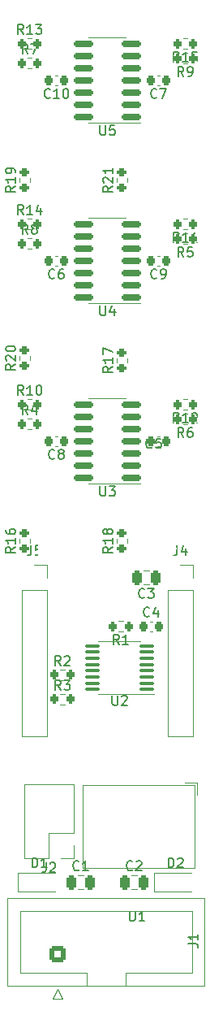
<source format=gto>
G04 #@! TF.GenerationSoftware,KiCad,Pcbnew,(6.0.0)*
G04 #@! TF.CreationDate,2022-06-27T08:37:13-07:00*
G04 #@! TF.ProjectId,sen,73656e2e-6b69-4636-9164-5f7063625858,rev?*
G04 #@! TF.SameCoordinates,Original*
G04 #@! TF.FileFunction,Legend,Top*
G04 #@! TF.FilePolarity,Positive*
%FSLAX46Y46*%
G04 Gerber Fmt 4.6, Leading zero omitted, Abs format (unit mm)*
G04 Created by KiCad (PCBNEW (6.0.0)) date 2022-06-27 08:37:13*
%MOMM*%
%LPD*%
G01*
G04 APERTURE LIST*
G04 Aperture macros list*
%AMRoundRect*
0 Rectangle with rounded corners*
0 $1 Rounding radius*
0 $2 $3 $4 $5 $6 $7 $8 $9 X,Y pos of 4 corners*
0 Add a 4 corners polygon primitive as box body*
4,1,4,$2,$3,$4,$5,$6,$7,$8,$9,$2,$3,0*
0 Add four circle primitives for the rounded corners*
1,1,$1+$1,$2,$3*
1,1,$1+$1,$4,$5*
1,1,$1+$1,$6,$7*
1,1,$1+$1,$8,$9*
0 Add four rect primitives between the rounded corners*
20,1,$1+$1,$2,$3,$4,$5,0*
20,1,$1+$1,$4,$5,$6,$7,0*
20,1,$1+$1,$6,$7,$8,$9,0*
20,1,$1+$1,$8,$9,$2,$3,0*%
G04 Aperture macros list end*
%ADD10C,0.150000*%
%ADD11C,0.120000*%
%ADD12R,1.800000X1.800000*%
%ADD13C,1.800000*%
%ADD14R,1.930000X1.830000*%
%ADD15C,2.130000*%
%ADD16RoundRect,0.250000X-0.250000X-0.475000X0.250000X-0.475000X0.250000X0.475000X-0.250000X0.475000X0*%
%ADD17R,1.700000X1.700000*%
%ADD18O,1.700000X1.700000*%
%ADD19RoundRect,0.200000X0.275000X-0.200000X0.275000X0.200000X-0.275000X0.200000X-0.275000X-0.200000X0*%
%ADD20RoundRect,0.200000X0.200000X0.275000X-0.200000X0.275000X-0.200000X-0.275000X0.200000X-0.275000X0*%
%ADD21RoundRect,0.200000X-0.200000X-0.275000X0.200000X-0.275000X0.200000X0.275000X-0.200000X0.275000X0*%
%ADD22RoundRect,0.225000X0.225000X0.250000X-0.225000X0.250000X-0.225000X-0.250000X0.225000X-0.250000X0*%
%ADD23R,1.500000X2.300000*%
%ADD24O,1.500000X2.300000*%
%ADD25RoundRect,0.100000X0.637500X0.100000X-0.637500X0.100000X-0.637500X-0.100000X0.637500X-0.100000X0*%
%ADD26RoundRect,0.150000X0.825000X0.150000X-0.825000X0.150000X-0.825000X-0.150000X0.825000X-0.150000X0*%
%ADD27RoundRect,0.250000X0.250000X0.475000X-0.250000X0.475000X-0.250000X-0.475000X0.250000X-0.475000X0*%
%ADD28RoundRect,0.225000X-0.225000X-0.250000X0.225000X-0.250000X0.225000X0.250000X-0.225000X0.250000X0*%
%ADD29RoundRect,0.250000X0.600000X-0.600000X0.600000X0.600000X-0.600000X0.600000X-0.600000X-0.600000X0*%
%ADD30C,1.700000*%
%ADD31R,0.900000X1.200000*%
G04 APERTURE END LIST*
D10*
X156141381Y-126947142D02*
X156093762Y-126994761D01*
X155950905Y-127042380D01*
X155855667Y-127042380D01*
X155712809Y-126994761D01*
X155617571Y-126899523D01*
X155569952Y-126804285D01*
X155522333Y-126613809D01*
X155522333Y-126470952D01*
X155569952Y-126280476D01*
X155617571Y-126185238D01*
X155712809Y-126090000D01*
X155855667Y-126042380D01*
X155950905Y-126042380D01*
X156093762Y-126090000D01*
X156141381Y-126137619D01*
X156522333Y-126137619D02*
X156569952Y-126090000D01*
X156665190Y-126042380D01*
X156903286Y-126042380D01*
X156998524Y-126090000D01*
X157046143Y-126137619D01*
X157093762Y-126232857D01*
X157093762Y-126328095D01*
X157046143Y-126470952D01*
X156474714Y-127042380D01*
X157093762Y-127042380D01*
X160800714Y-93202380D02*
X160800714Y-93916666D01*
X160753095Y-94059523D01*
X160657857Y-94154761D01*
X160515000Y-94202380D01*
X160419762Y-94202380D01*
X161705476Y-93535714D02*
X161705476Y-94202380D01*
X161467381Y-93154761D02*
X161229286Y-93869047D01*
X161848333Y-93869047D01*
X143900428Y-55760857D02*
X143424238Y-56094190D01*
X143900428Y-56332285D02*
X142900428Y-56332285D01*
X142900428Y-55951333D01*
X142948048Y-55856095D01*
X142995667Y-55808476D01*
X143090905Y-55760857D01*
X143233762Y-55760857D01*
X143329000Y-55808476D01*
X143376619Y-55856095D01*
X143424238Y-55951333D01*
X143424238Y-56332285D01*
X143900428Y-54808476D02*
X143900428Y-55379904D01*
X143900428Y-55094190D02*
X142900428Y-55094190D01*
X143043286Y-55189428D01*
X143138524Y-55284666D01*
X143186143Y-55379904D01*
X143900428Y-54332285D02*
X143900428Y-54141809D01*
X143852809Y-54046571D01*
X143805190Y-53998952D01*
X143662333Y-53903714D01*
X143471857Y-53856095D01*
X143090905Y-53856095D01*
X142995667Y-53903714D01*
X142948048Y-53951333D01*
X142900428Y-54046571D01*
X142900428Y-54237047D01*
X142948048Y-54332285D01*
X142995667Y-54379904D01*
X143090905Y-54427523D01*
X143329000Y-54427523D01*
X143424238Y-54379904D01*
X143471857Y-54332285D01*
X143519476Y-54237047D01*
X143519476Y-54046571D01*
X143471857Y-53951333D01*
X143424238Y-53903714D01*
X143329000Y-53856095D01*
X160999190Y-42776380D02*
X160665857Y-42300190D01*
X160427762Y-42776380D02*
X160427762Y-41776380D01*
X160808714Y-41776380D01*
X160903952Y-41824000D01*
X160951571Y-41871619D01*
X160999190Y-41966857D01*
X160999190Y-42109714D01*
X160951571Y-42204952D01*
X160903952Y-42252571D01*
X160808714Y-42300190D01*
X160427762Y-42300190D01*
X161951571Y-42776380D02*
X161380143Y-42776380D01*
X161665857Y-42776380D02*
X161665857Y-41776380D01*
X161570619Y-41919238D01*
X161475381Y-42014476D01*
X161380143Y-42062095D01*
X162856333Y-41776380D02*
X162380143Y-41776380D01*
X162332524Y-42252571D01*
X162380143Y-42204952D01*
X162475381Y-42157333D01*
X162713476Y-42157333D01*
X162808714Y-42204952D01*
X162856333Y-42252571D01*
X162903952Y-42347809D01*
X162903952Y-42585904D01*
X162856333Y-42681142D01*
X162808714Y-42728761D01*
X162713476Y-42776380D01*
X162475381Y-42776380D01*
X162380143Y-42728761D01*
X162332524Y-42681142D01*
X148648381Y-108222380D02*
X148315048Y-107746190D01*
X148076952Y-108222380D02*
X148076952Y-107222380D01*
X148457905Y-107222380D01*
X148553143Y-107270000D01*
X148600762Y-107317619D01*
X148648381Y-107412857D01*
X148648381Y-107555714D01*
X148600762Y-107650952D01*
X148553143Y-107698571D01*
X148457905Y-107746190D01*
X148076952Y-107746190D01*
X148981714Y-107222380D02*
X149600762Y-107222380D01*
X149267428Y-107603333D01*
X149410286Y-107603333D01*
X149505524Y-107650952D01*
X149553143Y-107698571D01*
X149600762Y-107793809D01*
X149600762Y-108031904D01*
X149553143Y-108127142D01*
X149505524Y-108174761D01*
X149410286Y-108222380D01*
X149124571Y-108222380D01*
X149029333Y-108174761D01*
X148981714Y-108127142D01*
X158681381Y-46491142D02*
X158633762Y-46538761D01*
X158490905Y-46586380D01*
X158395667Y-46586380D01*
X158252809Y-46538761D01*
X158157571Y-46443523D01*
X158109952Y-46348285D01*
X158062333Y-46157809D01*
X158062333Y-46014952D01*
X158109952Y-45824476D01*
X158157571Y-45729238D01*
X158252809Y-45634000D01*
X158395667Y-45586380D01*
X158490905Y-45586380D01*
X158633762Y-45634000D01*
X158681381Y-45681619D01*
X159014714Y-45586380D02*
X159681381Y-45586380D01*
X159252809Y-46586380D01*
X144743190Y-39916380D02*
X144409857Y-39440190D01*
X144171762Y-39916380D02*
X144171762Y-38916380D01*
X144552714Y-38916380D01*
X144647952Y-38964000D01*
X144695571Y-39011619D01*
X144743190Y-39106857D01*
X144743190Y-39249714D01*
X144695571Y-39344952D01*
X144647952Y-39392571D01*
X144552714Y-39440190D01*
X144171762Y-39440190D01*
X145695571Y-39916380D02*
X145124143Y-39916380D01*
X145409857Y-39916380D02*
X145409857Y-38916380D01*
X145314619Y-39059238D01*
X145219381Y-39154476D01*
X145124143Y-39202095D01*
X146028905Y-38916380D02*
X146647952Y-38916380D01*
X146314619Y-39297333D01*
X146457476Y-39297333D01*
X146552714Y-39344952D01*
X146600333Y-39392571D01*
X146647952Y-39487809D01*
X146647952Y-39725904D01*
X146600333Y-39821142D01*
X146552714Y-39868761D01*
X146457476Y-39916380D01*
X146171762Y-39916380D01*
X146076524Y-39868761D01*
X146028905Y-39821142D01*
X155834143Y-131296880D02*
X155834143Y-132106404D01*
X155881762Y-132201642D01*
X155929381Y-132249261D01*
X156024619Y-132296880D01*
X156215095Y-132296880D01*
X156310333Y-132249261D01*
X156357952Y-132201642D01*
X156405571Y-132106404D01*
X156405571Y-131296880D01*
X157405571Y-132296880D02*
X156834143Y-132296880D01*
X157119857Y-132296880D02*
X157119857Y-131296880D01*
X157024619Y-131439738D01*
X156929381Y-131534976D01*
X156834143Y-131582595D01*
X154022143Y-108820380D02*
X154022143Y-109629904D01*
X154069762Y-109725142D01*
X154117381Y-109772761D01*
X154212619Y-109820380D01*
X154403095Y-109820380D01*
X154498333Y-109772761D01*
X154545952Y-109725142D01*
X154593571Y-109629904D01*
X154593571Y-108820380D01*
X155022143Y-108915619D02*
X155069762Y-108868000D01*
X155165000Y-108820380D01*
X155403095Y-108820380D01*
X155498333Y-108868000D01*
X155545952Y-108915619D01*
X155593571Y-109010857D01*
X155593571Y-109106095D01*
X155545952Y-109248952D01*
X154974524Y-109820380D01*
X155593571Y-109820380D01*
X154060428Y-93352857D02*
X153584238Y-93686190D01*
X154060428Y-93924285D02*
X153060428Y-93924285D01*
X153060428Y-93543333D01*
X153108048Y-93448095D01*
X153155667Y-93400476D01*
X153250905Y-93352857D01*
X153393762Y-93352857D01*
X153489000Y-93400476D01*
X153536619Y-93448095D01*
X153584238Y-93543333D01*
X153584238Y-93924285D01*
X154060428Y-92400476D02*
X154060428Y-92971904D01*
X154060428Y-92686190D02*
X153060428Y-92686190D01*
X153203286Y-92781428D01*
X153298524Y-92876666D01*
X153346143Y-92971904D01*
X153489000Y-91829047D02*
X153441381Y-91924285D01*
X153393762Y-91971904D01*
X153298524Y-92019523D01*
X153250905Y-92019523D01*
X153155667Y-91971904D01*
X153108048Y-91924285D01*
X153060428Y-91829047D01*
X153060428Y-91638571D01*
X153108048Y-91543333D01*
X153155667Y-91495714D01*
X153250905Y-91448095D01*
X153298524Y-91448095D01*
X153393762Y-91495714D01*
X153441381Y-91543333D01*
X153489000Y-91638571D01*
X153489000Y-91829047D01*
X153536619Y-91924285D01*
X153584238Y-91971904D01*
X153679476Y-92019523D01*
X153869952Y-92019523D01*
X153965190Y-91971904D01*
X154012809Y-91924285D01*
X154060428Y-91829047D01*
X154060428Y-91638571D01*
X154012809Y-91543333D01*
X153965190Y-91495714D01*
X153869952Y-91448095D01*
X153679476Y-91448095D01*
X153584238Y-91495714D01*
X153536619Y-91543333D01*
X153489000Y-91638571D01*
X158173381Y-82940142D02*
X158125762Y-82987761D01*
X157982905Y-83035380D01*
X157887667Y-83035380D01*
X157744809Y-82987761D01*
X157649571Y-82892523D01*
X157601952Y-82797285D01*
X157554333Y-82606809D01*
X157554333Y-82463952D01*
X157601952Y-82273476D01*
X157649571Y-82178238D01*
X157744809Y-82083000D01*
X157887667Y-82035380D01*
X157982905Y-82035380D01*
X158125762Y-82083000D01*
X158173381Y-82130619D01*
X159078143Y-82035380D02*
X158601952Y-82035380D01*
X158554333Y-82511571D01*
X158601952Y-82463952D01*
X158697190Y-82416333D01*
X158935286Y-82416333D01*
X159030524Y-82463952D01*
X159078143Y-82511571D01*
X159125762Y-82606809D01*
X159125762Y-82844904D01*
X159078143Y-82940142D01*
X159030524Y-82987761D01*
X158935286Y-83035380D01*
X158697190Y-83035380D01*
X158601952Y-82987761D01*
X158554333Y-82940142D01*
X143900428Y-74302857D02*
X143424238Y-74636190D01*
X143900428Y-74874285D02*
X142900428Y-74874285D01*
X142900428Y-74493333D01*
X142948048Y-74398095D01*
X142995667Y-74350476D01*
X143090905Y-74302857D01*
X143233762Y-74302857D01*
X143329000Y-74350476D01*
X143376619Y-74398095D01*
X143424238Y-74493333D01*
X143424238Y-74874285D01*
X142995667Y-73921904D02*
X142948048Y-73874285D01*
X142900428Y-73779047D01*
X142900428Y-73540952D01*
X142948048Y-73445714D01*
X142995667Y-73398095D01*
X143090905Y-73350476D01*
X143186143Y-73350476D01*
X143329000Y-73398095D01*
X143900428Y-73969523D01*
X143900428Y-73350476D01*
X142900428Y-72731428D02*
X142900428Y-72636190D01*
X142948048Y-72540952D01*
X142995667Y-72493333D01*
X143090905Y-72445714D01*
X143281381Y-72398095D01*
X143519476Y-72398095D01*
X143709952Y-72445714D01*
X143805190Y-72493333D01*
X143852809Y-72540952D01*
X143900428Y-72636190D01*
X143900428Y-72731428D01*
X143852809Y-72826666D01*
X143805190Y-72874285D01*
X143709952Y-72921904D01*
X143519476Y-72969523D01*
X143281381Y-72969523D01*
X143090905Y-72921904D01*
X142995667Y-72874285D01*
X142948048Y-72826666D01*
X142900428Y-72731428D01*
X145219381Y-79540380D02*
X144886048Y-79064190D01*
X144647952Y-79540380D02*
X144647952Y-78540380D01*
X145028905Y-78540380D01*
X145124143Y-78588000D01*
X145171762Y-78635619D01*
X145219381Y-78730857D01*
X145219381Y-78873714D01*
X145171762Y-78968952D01*
X145124143Y-79016571D01*
X145028905Y-79064190D01*
X144647952Y-79064190D01*
X146076524Y-78873714D02*
X146076524Y-79540380D01*
X145838428Y-78492761D02*
X145600333Y-79207047D01*
X146219381Y-79207047D01*
X143900428Y-93352857D02*
X143424238Y-93686190D01*
X143900428Y-93924285D02*
X142900428Y-93924285D01*
X142900428Y-93543333D01*
X142948048Y-93448095D01*
X142995667Y-93400476D01*
X143090905Y-93352857D01*
X143233762Y-93352857D01*
X143329000Y-93400476D01*
X143376619Y-93448095D01*
X143424238Y-93543333D01*
X143424238Y-93924285D01*
X143900428Y-92400476D02*
X143900428Y-92971904D01*
X143900428Y-92686190D02*
X142900428Y-92686190D01*
X143043286Y-92781428D01*
X143138524Y-92876666D01*
X143186143Y-92971904D01*
X142900428Y-91543333D02*
X142900428Y-91733809D01*
X142948048Y-91829047D01*
X142995667Y-91876666D01*
X143138524Y-91971904D01*
X143329000Y-92019523D01*
X143709952Y-92019523D01*
X143805190Y-91971904D01*
X143852809Y-91924285D01*
X143900428Y-91829047D01*
X143900428Y-91638571D01*
X143852809Y-91543333D01*
X143805190Y-91495714D01*
X143709952Y-91448095D01*
X143471857Y-91448095D01*
X143376619Y-91495714D01*
X143329000Y-91543333D01*
X143281381Y-91638571D01*
X143281381Y-91829047D01*
X143329000Y-91924285D01*
X143376619Y-91971904D01*
X143471857Y-92019523D01*
X160999190Y-61572380D02*
X160665857Y-61096190D01*
X160427762Y-61572380D02*
X160427762Y-60572380D01*
X160808714Y-60572380D01*
X160903952Y-60620000D01*
X160951571Y-60667619D01*
X160999190Y-60762857D01*
X160999190Y-60905714D01*
X160951571Y-61000952D01*
X160903952Y-61048571D01*
X160808714Y-61096190D01*
X160427762Y-61096190D01*
X161951571Y-61572380D02*
X161380143Y-61572380D01*
X161665857Y-61572380D02*
X161665857Y-60572380D01*
X161570619Y-60715238D01*
X161475381Y-60810476D01*
X161380143Y-60858095D01*
X162903952Y-61572380D02*
X162332524Y-61572380D01*
X162618238Y-61572380D02*
X162618238Y-60572380D01*
X162523000Y-60715238D01*
X162427762Y-60810476D01*
X162332524Y-60858095D01*
X147537190Y-46491142D02*
X147489571Y-46538761D01*
X147346714Y-46586380D01*
X147251476Y-46586380D01*
X147108619Y-46538761D01*
X147013381Y-46443523D01*
X146965762Y-46348285D01*
X146918143Y-46157809D01*
X146918143Y-46014952D01*
X146965762Y-45824476D01*
X147013381Y-45729238D01*
X147108619Y-45634000D01*
X147251476Y-45586380D01*
X147346714Y-45586380D01*
X147489571Y-45634000D01*
X147537190Y-45681619D01*
X148489571Y-46586380D02*
X147918143Y-46586380D01*
X148203857Y-46586380D02*
X148203857Y-45586380D01*
X148108619Y-45729238D01*
X148013381Y-45824476D01*
X147918143Y-45872095D01*
X149108619Y-45586380D02*
X149203857Y-45586380D01*
X149299095Y-45634000D01*
X149346714Y-45681619D01*
X149394333Y-45776857D01*
X149441952Y-45967333D01*
X149441952Y-46205428D01*
X149394333Y-46395904D01*
X149346714Y-46491142D01*
X149299095Y-46538761D01*
X149203857Y-46586380D01*
X149108619Y-46586380D01*
X149013381Y-46538761D01*
X148965762Y-46491142D01*
X148918143Y-46395904D01*
X148870524Y-46205428D01*
X148870524Y-45967333D01*
X148918143Y-45776857D01*
X148965762Y-45681619D01*
X149013381Y-45634000D01*
X149108619Y-45586380D01*
X145560714Y-93202380D02*
X145560714Y-93916666D01*
X145513095Y-94059523D01*
X145417857Y-94154761D01*
X145275000Y-94202380D01*
X145179762Y-94202380D01*
X146513095Y-93202380D02*
X146036905Y-93202380D01*
X145989286Y-93678571D01*
X146036905Y-93630952D01*
X146132143Y-93583333D01*
X146370238Y-93583333D01*
X146465476Y-93630952D01*
X146513095Y-93678571D01*
X146560714Y-93773809D01*
X146560714Y-94011904D01*
X146513095Y-94107142D01*
X146465476Y-94154761D01*
X146370238Y-94202380D01*
X146132143Y-94202380D01*
X146036905Y-94154761D01*
X145989286Y-94107142D01*
X145219381Y-41948380D02*
X144886048Y-41472190D01*
X144647952Y-41948380D02*
X144647952Y-40948380D01*
X145028905Y-40948380D01*
X145124143Y-40996000D01*
X145171762Y-41043619D01*
X145219381Y-41138857D01*
X145219381Y-41281714D01*
X145171762Y-41376952D01*
X145124143Y-41424571D01*
X145028905Y-41472190D01*
X144647952Y-41472190D01*
X145552714Y-40948380D02*
X146219381Y-40948380D01*
X145790809Y-41948380D01*
X152752143Y-68232380D02*
X152752143Y-69041904D01*
X152799762Y-69137142D01*
X152847381Y-69184761D01*
X152942619Y-69232380D01*
X153133095Y-69232380D01*
X153228333Y-69184761D01*
X153275952Y-69137142D01*
X153323571Y-69041904D01*
X153323571Y-68232380D01*
X154228333Y-68565714D02*
X154228333Y-69232380D01*
X153990238Y-68184761D02*
X153752143Y-68899047D01*
X154371190Y-68899047D01*
X152752143Y-87028380D02*
X152752143Y-87837904D01*
X152799762Y-87933142D01*
X152847381Y-87980761D01*
X152942619Y-88028380D01*
X153133095Y-88028380D01*
X153228333Y-87980761D01*
X153275952Y-87933142D01*
X153323571Y-87837904D01*
X153323571Y-87028380D01*
X153704524Y-87028380D02*
X154323571Y-87028380D01*
X153990238Y-87409333D01*
X154133095Y-87409333D01*
X154228333Y-87456952D01*
X154275952Y-87504571D01*
X154323571Y-87599809D01*
X154323571Y-87837904D01*
X154275952Y-87933142D01*
X154228333Y-87980761D01*
X154133095Y-88028380D01*
X153847381Y-88028380D01*
X153752143Y-87980761D01*
X153704524Y-87933142D01*
X154060428Y-74556857D02*
X153584238Y-74890190D01*
X154060428Y-75128285D02*
X153060428Y-75128285D01*
X153060428Y-74747333D01*
X153108048Y-74652095D01*
X153155667Y-74604476D01*
X153250905Y-74556857D01*
X153393762Y-74556857D01*
X153489000Y-74604476D01*
X153536619Y-74652095D01*
X153584238Y-74747333D01*
X153584238Y-75128285D01*
X154060428Y-73604476D02*
X154060428Y-74175904D01*
X154060428Y-73890190D02*
X153060428Y-73890190D01*
X153203286Y-73985428D01*
X153298524Y-74080666D01*
X153346143Y-74175904D01*
X153060428Y-73271142D02*
X153060428Y-72604476D01*
X154060428Y-73033047D01*
X150553381Y-126947142D02*
X150505762Y-126994761D01*
X150362905Y-127042380D01*
X150267667Y-127042380D01*
X150124809Y-126994761D01*
X150029571Y-126899523D01*
X149981952Y-126804285D01*
X149934333Y-126613809D01*
X149934333Y-126470952D01*
X149981952Y-126280476D01*
X150029571Y-126185238D01*
X150124809Y-126090000D01*
X150267667Y-126042380D01*
X150362905Y-126042380D01*
X150505762Y-126090000D01*
X150553381Y-126137619D01*
X151505762Y-127042380D02*
X150934333Y-127042380D01*
X151220048Y-127042380D02*
X151220048Y-126042380D01*
X151124809Y-126185238D01*
X151029571Y-126280476D01*
X150934333Y-126328095D01*
X148648381Y-105682380D02*
X148315048Y-105206190D01*
X148076952Y-105682380D02*
X148076952Y-104682380D01*
X148457905Y-104682380D01*
X148553143Y-104730000D01*
X148600762Y-104777619D01*
X148648381Y-104872857D01*
X148648381Y-105015714D01*
X148600762Y-105110952D01*
X148553143Y-105158571D01*
X148457905Y-105206190D01*
X148076952Y-105206190D01*
X149029333Y-104777619D02*
X149076952Y-104730000D01*
X149172190Y-104682380D01*
X149410286Y-104682380D01*
X149505524Y-104730000D01*
X149553143Y-104777619D01*
X149600762Y-104872857D01*
X149600762Y-104968095D01*
X149553143Y-105110952D01*
X148981714Y-105682380D01*
X149600762Y-105682380D01*
X160999190Y-80368380D02*
X160665857Y-79892190D01*
X160427762Y-80368380D02*
X160427762Y-79368380D01*
X160808714Y-79368380D01*
X160903952Y-79416000D01*
X160951571Y-79463619D01*
X160999190Y-79558857D01*
X160999190Y-79701714D01*
X160951571Y-79796952D01*
X160903952Y-79844571D01*
X160808714Y-79892190D01*
X160427762Y-79892190D01*
X161951571Y-80368380D02*
X161380143Y-80368380D01*
X161665857Y-80368380D02*
X161665857Y-79368380D01*
X161570619Y-79511238D01*
X161475381Y-79606476D01*
X161380143Y-79654095D01*
X162332524Y-79463619D02*
X162380143Y-79416000D01*
X162475381Y-79368380D01*
X162713476Y-79368380D01*
X162808714Y-79416000D01*
X162856333Y-79463619D01*
X162903952Y-79558857D01*
X162903952Y-79654095D01*
X162856333Y-79796952D01*
X162284905Y-80368380D01*
X162903952Y-80368380D01*
X161475381Y-44300380D02*
X161142048Y-43824190D01*
X160903952Y-44300380D02*
X160903952Y-43300380D01*
X161284905Y-43300380D01*
X161380143Y-43348000D01*
X161427762Y-43395619D01*
X161475381Y-43490857D01*
X161475381Y-43633714D01*
X161427762Y-43728952D01*
X161380143Y-43776571D01*
X161284905Y-43824190D01*
X160903952Y-43824190D01*
X161951571Y-44300380D02*
X162142048Y-44300380D01*
X162237286Y-44252761D01*
X162284905Y-44205142D01*
X162380143Y-44062285D01*
X162427762Y-43871809D01*
X162427762Y-43490857D01*
X162380143Y-43395619D01*
X162332524Y-43348000D01*
X162237286Y-43300380D01*
X162046809Y-43300380D01*
X161951571Y-43348000D01*
X161903952Y-43395619D01*
X161856333Y-43490857D01*
X161856333Y-43728952D01*
X161903952Y-43824190D01*
X161951571Y-43871809D01*
X162046809Y-43919428D01*
X162237286Y-43919428D01*
X162332524Y-43871809D01*
X162380143Y-43824190D01*
X162427762Y-43728952D01*
X161475381Y-81892380D02*
X161142048Y-81416190D01*
X160903952Y-81892380D02*
X160903952Y-80892380D01*
X161284905Y-80892380D01*
X161380143Y-80940000D01*
X161427762Y-80987619D01*
X161475381Y-81082857D01*
X161475381Y-81225714D01*
X161427762Y-81320952D01*
X161380143Y-81368571D01*
X161284905Y-81416190D01*
X160903952Y-81416190D01*
X162332524Y-80892380D02*
X162142048Y-80892380D01*
X162046809Y-80940000D01*
X161999190Y-80987619D01*
X161903952Y-81130476D01*
X161856333Y-81320952D01*
X161856333Y-81701904D01*
X161903952Y-81797142D01*
X161951571Y-81844761D01*
X162046809Y-81892380D01*
X162237286Y-81892380D01*
X162332524Y-81844761D01*
X162380143Y-81797142D01*
X162427762Y-81701904D01*
X162427762Y-81463809D01*
X162380143Y-81368571D01*
X162332524Y-81320952D01*
X162237286Y-81273333D01*
X162046809Y-81273333D01*
X161951571Y-81320952D01*
X161903952Y-81368571D01*
X161856333Y-81463809D01*
X157411381Y-98557142D02*
X157363762Y-98604761D01*
X157220905Y-98652380D01*
X157125667Y-98652380D01*
X156982809Y-98604761D01*
X156887571Y-98509523D01*
X156839952Y-98414285D01*
X156792333Y-98223809D01*
X156792333Y-98080952D01*
X156839952Y-97890476D01*
X156887571Y-97795238D01*
X156982809Y-97700000D01*
X157125667Y-97652380D01*
X157220905Y-97652380D01*
X157363762Y-97700000D01*
X157411381Y-97747619D01*
X157744714Y-97652380D02*
X158363762Y-97652380D01*
X158030428Y-98033333D01*
X158173286Y-98033333D01*
X158268524Y-98080952D01*
X158316143Y-98128571D01*
X158363762Y-98223809D01*
X158363762Y-98461904D01*
X158316143Y-98557142D01*
X158268524Y-98604761D01*
X158173286Y-98652380D01*
X157887571Y-98652380D01*
X157792333Y-98604761D01*
X157744714Y-98557142D01*
X157919381Y-100527142D02*
X157871762Y-100574761D01*
X157728905Y-100622380D01*
X157633667Y-100622380D01*
X157490809Y-100574761D01*
X157395571Y-100479523D01*
X157347952Y-100384285D01*
X157300333Y-100193809D01*
X157300333Y-100050952D01*
X157347952Y-99860476D01*
X157395571Y-99765238D01*
X157490809Y-99670000D01*
X157633667Y-99622380D01*
X157728905Y-99622380D01*
X157871762Y-99670000D01*
X157919381Y-99717619D01*
X158776524Y-99955714D02*
X158776524Y-100622380D01*
X158538428Y-99574761D02*
X158300333Y-100289047D01*
X158919381Y-100289047D01*
X154060428Y-55760857D02*
X153584238Y-56094190D01*
X154060428Y-56332285D02*
X153060428Y-56332285D01*
X153060428Y-55951333D01*
X153108048Y-55856095D01*
X153155667Y-55808476D01*
X153250905Y-55760857D01*
X153393762Y-55760857D01*
X153489000Y-55808476D01*
X153536619Y-55856095D01*
X153584238Y-55951333D01*
X153584238Y-56332285D01*
X153155667Y-55379904D02*
X153108048Y-55332285D01*
X153060428Y-55237047D01*
X153060428Y-54998952D01*
X153108048Y-54903714D01*
X153155667Y-54856095D01*
X153250905Y-54808476D01*
X153346143Y-54808476D01*
X153489000Y-54856095D01*
X154060428Y-55427523D01*
X154060428Y-54808476D01*
X154060428Y-53856095D02*
X154060428Y-54427523D01*
X154060428Y-54141809D02*
X153060428Y-54141809D01*
X153203286Y-54237047D01*
X153298524Y-54332285D01*
X153346143Y-54427523D01*
X161983428Y-134689833D02*
X162697714Y-134689833D01*
X162840571Y-134737452D01*
X162935809Y-134832690D01*
X162983428Y-134975547D01*
X162983428Y-135070785D01*
X162983428Y-133689833D02*
X162983428Y-134261261D01*
X162983428Y-133975547D02*
X161983428Y-133975547D01*
X162126286Y-134070785D01*
X162221524Y-134166023D01*
X162269143Y-134261261D01*
X145663952Y-126722380D02*
X145663952Y-125722380D01*
X145902048Y-125722380D01*
X146044905Y-125770000D01*
X146140143Y-125865238D01*
X146187762Y-125960476D01*
X146235381Y-126150952D01*
X146235381Y-126293809D01*
X146187762Y-126484285D01*
X146140143Y-126579523D01*
X146044905Y-126674761D01*
X145902048Y-126722380D01*
X145663952Y-126722380D01*
X147187762Y-126722380D02*
X146616333Y-126722380D01*
X146902048Y-126722380D02*
X146902048Y-125722380D01*
X146806809Y-125865238D01*
X146711571Y-125960476D01*
X146616333Y-126008095D01*
X147089714Y-126227380D02*
X147089714Y-126941666D01*
X147042095Y-127084523D01*
X146946857Y-127179761D01*
X146804000Y-127227380D01*
X146708762Y-127227380D01*
X147518286Y-126322619D02*
X147565905Y-126275000D01*
X147661143Y-126227380D01*
X147899238Y-126227380D01*
X147994476Y-126275000D01*
X148042095Y-126322619D01*
X148089714Y-126417857D01*
X148089714Y-126513095D01*
X148042095Y-126655952D01*
X147470667Y-127227380D01*
X148089714Y-127227380D01*
X159887952Y-126722380D02*
X159887952Y-125722380D01*
X160126048Y-125722380D01*
X160268905Y-125770000D01*
X160364143Y-125865238D01*
X160411762Y-125960476D01*
X160459381Y-126150952D01*
X160459381Y-126293809D01*
X160411762Y-126484285D01*
X160364143Y-126579523D01*
X160268905Y-126674761D01*
X160126048Y-126722380D01*
X159887952Y-126722380D01*
X160840333Y-125817619D02*
X160887952Y-125770000D01*
X160983190Y-125722380D01*
X161221286Y-125722380D01*
X161316524Y-125770000D01*
X161364143Y-125817619D01*
X161411762Y-125912857D01*
X161411762Y-126008095D01*
X161364143Y-126150952D01*
X160792714Y-126722380D01*
X161411762Y-126722380D01*
X154744381Y-103482380D02*
X154411048Y-103006190D01*
X154172952Y-103482380D02*
X154172952Y-102482380D01*
X154553905Y-102482380D01*
X154649143Y-102530000D01*
X154696762Y-102577619D01*
X154744381Y-102672857D01*
X154744381Y-102815714D01*
X154696762Y-102910952D01*
X154649143Y-102958571D01*
X154553905Y-103006190D01*
X154172952Y-103006190D01*
X155696762Y-103482380D02*
X155125333Y-103482380D01*
X155411048Y-103482380D02*
X155411048Y-102482380D01*
X155315809Y-102625238D01*
X155220571Y-102720476D01*
X155125333Y-102768095D01*
X148013381Y-65287142D02*
X147965762Y-65334761D01*
X147822905Y-65382380D01*
X147727667Y-65382380D01*
X147584809Y-65334761D01*
X147489571Y-65239523D01*
X147441952Y-65144285D01*
X147394333Y-64953809D01*
X147394333Y-64810952D01*
X147441952Y-64620476D01*
X147489571Y-64525238D01*
X147584809Y-64430000D01*
X147727667Y-64382380D01*
X147822905Y-64382380D01*
X147965762Y-64430000D01*
X148013381Y-64477619D01*
X148870524Y-64382380D02*
X148680048Y-64382380D01*
X148584809Y-64430000D01*
X148537190Y-64477619D01*
X148441952Y-64620476D01*
X148394333Y-64810952D01*
X148394333Y-65191904D01*
X148441952Y-65287142D01*
X148489571Y-65334761D01*
X148584809Y-65382380D01*
X148775286Y-65382380D01*
X148870524Y-65334761D01*
X148918143Y-65287142D01*
X148965762Y-65191904D01*
X148965762Y-64953809D01*
X148918143Y-64858571D01*
X148870524Y-64810952D01*
X148775286Y-64763333D01*
X148584809Y-64763333D01*
X148489571Y-64810952D01*
X148441952Y-64858571D01*
X148394333Y-64953809D01*
X152752143Y-49436380D02*
X152752143Y-50245904D01*
X152799762Y-50341142D01*
X152847381Y-50388761D01*
X152942619Y-50436380D01*
X153133095Y-50436380D01*
X153228333Y-50388761D01*
X153275952Y-50341142D01*
X153323571Y-50245904D01*
X153323571Y-49436380D01*
X154275952Y-49436380D02*
X153799762Y-49436380D01*
X153752143Y-49912571D01*
X153799762Y-49864952D01*
X153895000Y-49817333D01*
X154133095Y-49817333D01*
X154228333Y-49864952D01*
X154275952Y-49912571D01*
X154323571Y-50007809D01*
X154323571Y-50245904D01*
X154275952Y-50341142D01*
X154228333Y-50388761D01*
X154133095Y-50436380D01*
X153895000Y-50436380D01*
X153799762Y-50388761D01*
X153752143Y-50341142D01*
X145219381Y-60744380D02*
X144886048Y-60268190D01*
X144647952Y-60744380D02*
X144647952Y-59744380D01*
X145028905Y-59744380D01*
X145124143Y-59792000D01*
X145171762Y-59839619D01*
X145219381Y-59934857D01*
X145219381Y-60077714D01*
X145171762Y-60172952D01*
X145124143Y-60220571D01*
X145028905Y-60268190D01*
X144647952Y-60268190D01*
X145790809Y-60172952D02*
X145695571Y-60125333D01*
X145647952Y-60077714D01*
X145600333Y-59982476D01*
X145600333Y-59934857D01*
X145647952Y-59839619D01*
X145695571Y-59792000D01*
X145790809Y-59744380D01*
X145981286Y-59744380D01*
X146076524Y-59792000D01*
X146124143Y-59839619D01*
X146171762Y-59934857D01*
X146171762Y-59982476D01*
X146124143Y-60077714D01*
X146076524Y-60125333D01*
X145981286Y-60172952D01*
X145790809Y-60172952D01*
X145695571Y-60220571D01*
X145647952Y-60268190D01*
X145600333Y-60363428D01*
X145600333Y-60553904D01*
X145647952Y-60649142D01*
X145695571Y-60696761D01*
X145790809Y-60744380D01*
X145981286Y-60744380D01*
X146076524Y-60696761D01*
X146124143Y-60649142D01*
X146171762Y-60553904D01*
X146171762Y-60363428D01*
X146124143Y-60268190D01*
X146076524Y-60220571D01*
X145981286Y-60172952D01*
X148013381Y-84083142D02*
X147965762Y-84130761D01*
X147822905Y-84178380D01*
X147727667Y-84178380D01*
X147584809Y-84130761D01*
X147489571Y-84035523D01*
X147441952Y-83940285D01*
X147394333Y-83749809D01*
X147394333Y-83606952D01*
X147441952Y-83416476D01*
X147489571Y-83321238D01*
X147584809Y-83226000D01*
X147727667Y-83178380D01*
X147822905Y-83178380D01*
X147965762Y-83226000D01*
X148013381Y-83273619D01*
X148584809Y-83606952D02*
X148489571Y-83559333D01*
X148441952Y-83511714D01*
X148394333Y-83416476D01*
X148394333Y-83368857D01*
X148441952Y-83273619D01*
X148489571Y-83226000D01*
X148584809Y-83178380D01*
X148775286Y-83178380D01*
X148870524Y-83226000D01*
X148918143Y-83273619D01*
X148965762Y-83368857D01*
X148965762Y-83416476D01*
X148918143Y-83511714D01*
X148870524Y-83559333D01*
X148775286Y-83606952D01*
X148584809Y-83606952D01*
X148489571Y-83654571D01*
X148441952Y-83702190D01*
X148394333Y-83797428D01*
X148394333Y-83987904D01*
X148441952Y-84083142D01*
X148489571Y-84130761D01*
X148584809Y-84178380D01*
X148775286Y-84178380D01*
X148870524Y-84130761D01*
X148918143Y-84083142D01*
X148965762Y-83987904D01*
X148965762Y-83797428D01*
X148918143Y-83702190D01*
X148870524Y-83654571D01*
X148775286Y-83606952D01*
X144743190Y-58712380D02*
X144409857Y-58236190D01*
X144171762Y-58712380D02*
X144171762Y-57712380D01*
X144552714Y-57712380D01*
X144647952Y-57760000D01*
X144695571Y-57807619D01*
X144743190Y-57902857D01*
X144743190Y-58045714D01*
X144695571Y-58140952D01*
X144647952Y-58188571D01*
X144552714Y-58236190D01*
X144171762Y-58236190D01*
X145695571Y-58712380D02*
X145124143Y-58712380D01*
X145409857Y-58712380D02*
X145409857Y-57712380D01*
X145314619Y-57855238D01*
X145219381Y-57950476D01*
X145124143Y-57998095D01*
X146552714Y-58045714D02*
X146552714Y-58712380D01*
X146314619Y-57664761D02*
X146076524Y-58379047D01*
X146695571Y-58379047D01*
X158681381Y-65287142D02*
X158633762Y-65334761D01*
X158490905Y-65382380D01*
X158395667Y-65382380D01*
X158252809Y-65334761D01*
X158157571Y-65239523D01*
X158109952Y-65144285D01*
X158062333Y-64953809D01*
X158062333Y-64810952D01*
X158109952Y-64620476D01*
X158157571Y-64525238D01*
X158252809Y-64430000D01*
X158395667Y-64382380D01*
X158490905Y-64382380D01*
X158633762Y-64430000D01*
X158681381Y-64477619D01*
X159157571Y-65382380D02*
X159348048Y-65382380D01*
X159443286Y-65334761D01*
X159490905Y-65287142D01*
X159586143Y-65144285D01*
X159633762Y-64953809D01*
X159633762Y-64572857D01*
X159586143Y-64477619D01*
X159538524Y-64430000D01*
X159443286Y-64382380D01*
X159252809Y-64382380D01*
X159157571Y-64430000D01*
X159109952Y-64477619D01*
X159062333Y-64572857D01*
X159062333Y-64810952D01*
X159109952Y-64906190D01*
X159157571Y-64953809D01*
X159252809Y-65001428D01*
X159443286Y-65001428D01*
X159538524Y-64953809D01*
X159586143Y-64906190D01*
X159633762Y-64810952D01*
X144743190Y-77508380D02*
X144409857Y-77032190D01*
X144171762Y-77508380D02*
X144171762Y-76508380D01*
X144552714Y-76508380D01*
X144647952Y-76556000D01*
X144695571Y-76603619D01*
X144743190Y-76698857D01*
X144743190Y-76841714D01*
X144695571Y-76936952D01*
X144647952Y-76984571D01*
X144552714Y-77032190D01*
X144171762Y-77032190D01*
X145695571Y-77508380D02*
X145124143Y-77508380D01*
X145409857Y-77508380D02*
X145409857Y-76508380D01*
X145314619Y-76651238D01*
X145219381Y-76746476D01*
X145124143Y-76794095D01*
X146314619Y-76508380D02*
X146409857Y-76508380D01*
X146505095Y-76556000D01*
X146552714Y-76603619D01*
X146600333Y-76698857D01*
X146647952Y-76889333D01*
X146647952Y-77127428D01*
X146600333Y-77317904D01*
X146552714Y-77413142D01*
X146505095Y-77460761D01*
X146409857Y-77508380D01*
X146314619Y-77508380D01*
X146219381Y-77460761D01*
X146171762Y-77413142D01*
X146124143Y-77317904D01*
X146076524Y-77127428D01*
X146076524Y-76889333D01*
X146124143Y-76698857D01*
X146171762Y-76603619D01*
X146219381Y-76556000D01*
X146314619Y-76508380D01*
X161475381Y-63096380D02*
X161142048Y-62620190D01*
X160903952Y-63096380D02*
X160903952Y-62096380D01*
X161284905Y-62096380D01*
X161380143Y-62144000D01*
X161427762Y-62191619D01*
X161475381Y-62286857D01*
X161475381Y-62429714D01*
X161427762Y-62524952D01*
X161380143Y-62572571D01*
X161284905Y-62620190D01*
X160903952Y-62620190D01*
X162380143Y-62096380D02*
X161903952Y-62096380D01*
X161856333Y-62572571D01*
X161903952Y-62524952D01*
X161999190Y-62477333D01*
X162237286Y-62477333D01*
X162332524Y-62524952D01*
X162380143Y-62572571D01*
X162427762Y-62667809D01*
X162427762Y-62905904D01*
X162380143Y-63001142D01*
X162332524Y-63048761D01*
X162237286Y-63096380D01*
X161999190Y-63096380D01*
X161903952Y-63048761D01*
X161856333Y-63001142D01*
D11*
X156046796Y-127535000D02*
X156569300Y-127535000D01*
X156046796Y-129005000D02*
X156569300Y-129005000D01*
X161134048Y-95190000D02*
X162464048Y-95190000D01*
X159804048Y-97790000D02*
X159804048Y-113090000D01*
X162464048Y-97790000D02*
X162464048Y-113090000D01*
X159804048Y-113090000D02*
X162464048Y-113090000D01*
X162464048Y-95190000D02*
X162464048Y-96520000D01*
X159804048Y-97790000D02*
X162464048Y-97790000D01*
X144355548Y-55355258D02*
X144355548Y-54880742D01*
X145400548Y-55355258D02*
X145400548Y-54880742D01*
X161879306Y-40371500D02*
X161404790Y-40371500D01*
X161879306Y-41416500D02*
X161404790Y-41416500D01*
X148577790Y-108677500D02*
X149052306Y-108677500D01*
X148577790Y-109722500D02*
X149052306Y-109722500D01*
X158988628Y-44194000D02*
X158707468Y-44194000D01*
X158988628Y-45214000D02*
X158707468Y-45214000D01*
X145148790Y-40371500D02*
X145623306Y-40371500D01*
X145148790Y-41416500D02*
X145623306Y-41416500D01*
X150913048Y-126780500D02*
X150913048Y-118160500D01*
X162874048Y-119160500D02*
X162874048Y-117920500D01*
X162634048Y-118160500D02*
X150913048Y-118160500D01*
X162634048Y-126780500D02*
X162634048Y-118160500D01*
X162874048Y-117920500D02*
X161634048Y-117920500D01*
X162634048Y-126780500D02*
X150913048Y-126780500D01*
X154784048Y-108653000D02*
X158384048Y-108653000D01*
X154784048Y-108653000D02*
X152584048Y-108653000D01*
X154784048Y-103183000D02*
X156984048Y-103183000D01*
X154784048Y-103183000D02*
X152584048Y-103183000D01*
X154515548Y-92947258D02*
X154515548Y-92472742D01*
X155560548Y-92947258D02*
X155560548Y-92472742D01*
X158988628Y-81786000D02*
X158707468Y-81786000D01*
X158988628Y-82806000D02*
X158707468Y-82806000D01*
X144355548Y-73897258D02*
X144355548Y-73422742D01*
X145400548Y-73897258D02*
X145400548Y-73422742D01*
X145148790Y-81040500D02*
X145623306Y-81040500D01*
X145148790Y-79995500D02*
X145623306Y-79995500D01*
X144355548Y-92947258D02*
X144355548Y-92472742D01*
X145400548Y-92947258D02*
X145400548Y-92472742D01*
X161879306Y-60212500D02*
X161404790Y-60212500D01*
X161879306Y-59167500D02*
X161404790Y-59167500D01*
X148320628Y-45214000D02*
X148039468Y-45214000D01*
X148320628Y-44194000D02*
X148039468Y-44194000D01*
X145894048Y-95190000D02*
X147224048Y-95190000D01*
X147224048Y-95190000D02*
X147224048Y-96520000D01*
X144564048Y-97790000D02*
X147224048Y-97790000D01*
X144564048Y-113090000D02*
X147224048Y-113090000D01*
X147224048Y-97790000D02*
X147224048Y-113090000D01*
X144564048Y-97790000D02*
X144564048Y-113090000D01*
X145148790Y-42403500D02*
X145623306Y-42403500D01*
X145148790Y-43448500D02*
X145623306Y-43448500D01*
X153514048Y-67935000D02*
X151564048Y-67935000D01*
X153514048Y-59065000D02*
X151564048Y-59065000D01*
X153514048Y-59065000D02*
X155464048Y-59065000D01*
X153514048Y-67935000D02*
X156964048Y-67935000D01*
X153514048Y-86731000D02*
X151564048Y-86731000D01*
X153514048Y-77861000D02*
X151564048Y-77861000D01*
X153514048Y-77861000D02*
X155464048Y-77861000D01*
X153514048Y-86731000D02*
X156964048Y-86731000D01*
X154515548Y-74151258D02*
X154515548Y-73676742D01*
X155560548Y-74151258D02*
X155560548Y-73676742D01*
X150458796Y-129005000D02*
X150981300Y-129005000D01*
X150458796Y-127535000D02*
X150981300Y-127535000D01*
X148577790Y-106137500D02*
X149052306Y-106137500D01*
X148577790Y-107182500D02*
X149052306Y-107182500D01*
X161879306Y-77963500D02*
X161404790Y-77963500D01*
X161879306Y-79008500D02*
X161404790Y-79008500D01*
X161879306Y-41895500D02*
X161404790Y-41895500D01*
X161879306Y-42940500D02*
X161404790Y-42940500D01*
X161879306Y-79487500D02*
X161404790Y-79487500D01*
X161879306Y-80532500D02*
X161404790Y-80532500D01*
X157839300Y-95785000D02*
X157316796Y-95785000D01*
X157839300Y-97255000D02*
X157316796Y-97255000D01*
X157945468Y-102110000D02*
X158226628Y-102110000D01*
X157945468Y-101090000D02*
X158226628Y-101090000D01*
X154515548Y-55355258D02*
X154515548Y-54880742D01*
X155560548Y-55355258D02*
X155560548Y-54880742D01*
X162377048Y-137733500D02*
X155437048Y-137733500D01*
X163677048Y-139043500D02*
X143097048Y-139043500D01*
X151337048Y-137733500D02*
X144397048Y-137733500D01*
X163677048Y-129923500D02*
X163677048Y-139043500D01*
X144397048Y-131233500D02*
X162377048Y-131233500D01*
X155437048Y-137733500D02*
X155437048Y-139043500D01*
X148807048Y-140433500D02*
X148307048Y-139433500D01*
X143097048Y-129923500D02*
X163677048Y-129923500D01*
X151337048Y-139043500D02*
X151337048Y-137733500D01*
X147807048Y-140433500D02*
X148807048Y-140433500D01*
X155437048Y-137733500D02*
X155437048Y-137733500D01*
X162377048Y-131233500D02*
X162377048Y-137733500D01*
X143097048Y-139043500D02*
X143097048Y-129923500D01*
X144397048Y-137733500D02*
X144397048Y-131233500D01*
X148307048Y-139433500D02*
X147807048Y-140433500D01*
X144152048Y-129270000D02*
X148052048Y-129270000D01*
X144152048Y-127270000D02*
X148052048Y-127270000D01*
X144152048Y-127270000D02*
X144152048Y-129270000D01*
X147423048Y-123175000D02*
X147423048Y-125775000D01*
X144823048Y-125775000D02*
X144823048Y-118035000D01*
X150023048Y-123175000D02*
X150023048Y-118035000D01*
X150023048Y-118035000D02*
X144823048Y-118035000D01*
X150023048Y-125775000D02*
X148693048Y-125775000D01*
X150023048Y-123175000D02*
X147423048Y-123175000D01*
X150023048Y-124445000D02*
X150023048Y-125775000D01*
X147423048Y-125775000D02*
X144823048Y-125775000D01*
X158376048Y-127270000D02*
X162276048Y-127270000D01*
X158376048Y-127270000D02*
X158376048Y-129270000D01*
X158376048Y-129270000D02*
X162276048Y-129270000D01*
X155148306Y-101077500D02*
X154673790Y-101077500D01*
X155148306Y-102122500D02*
X154673790Y-102122500D01*
X148320628Y-64010000D02*
X148039468Y-64010000D01*
X148320628Y-62990000D02*
X148039468Y-62990000D01*
X153514048Y-40269000D02*
X151564048Y-40269000D01*
X153514048Y-40269000D02*
X155464048Y-40269000D01*
X153514048Y-49139000D02*
X156964048Y-49139000D01*
X153514048Y-49139000D02*
X151564048Y-49139000D01*
X145148790Y-62244500D02*
X145623306Y-62244500D01*
X145148790Y-61199500D02*
X145623306Y-61199500D01*
X148320628Y-82806000D02*
X148039468Y-82806000D01*
X148320628Y-81786000D02*
X148039468Y-81786000D01*
X145148790Y-60212500D02*
X145623306Y-60212500D01*
X145148790Y-59167500D02*
X145623306Y-59167500D01*
X158988628Y-62990000D02*
X158707468Y-62990000D01*
X158988628Y-64010000D02*
X158707468Y-64010000D01*
X145148790Y-79008500D02*
X145623306Y-79008500D01*
X145148790Y-77963500D02*
X145623306Y-77963500D01*
X161879306Y-61736500D02*
X161404790Y-61736500D01*
X161879306Y-60691500D02*
X161404790Y-60691500D01*
%LPC*%
D12*
X147159048Y-93472000D03*
D13*
X149699048Y-93472000D03*
D14*
X158594048Y-71058000D03*
D15*
X158594048Y-59658000D03*
X158594048Y-67958000D03*
D14*
X148434048Y-52262000D03*
D15*
X148434048Y-40862000D03*
X148434048Y-49162000D03*
D12*
X147159048Y-74422000D03*
D13*
X149699048Y-74422000D03*
D14*
X148434048Y-89854000D03*
D15*
X148434048Y-78454000D03*
X148434048Y-86754000D03*
D12*
X147159048Y-55880000D03*
D13*
X149699048Y-55880000D03*
D14*
X148434048Y-71058000D03*
D15*
X148434048Y-59658000D03*
X148434048Y-67958000D03*
D14*
X158594048Y-52262000D03*
D15*
X158594048Y-40862000D03*
X158594048Y-49162000D03*
D12*
X157319048Y-55880000D03*
D13*
X159859048Y-55880000D03*
D14*
X158594048Y-89854000D03*
D15*
X158594048Y-78454000D03*
X158594048Y-86754000D03*
D12*
X157319048Y-93472000D03*
D13*
X159859048Y-93472000D03*
D12*
X157319048Y-74676000D03*
D13*
X159859048Y-74676000D03*
D16*
X155358048Y-128270000D03*
X157258048Y-128270000D03*
D17*
X161134048Y-96520000D03*
D18*
X161134048Y-99060000D03*
X161134048Y-101600000D03*
X161134048Y-104140000D03*
X161134048Y-106680000D03*
X161134048Y-109220000D03*
X161134048Y-111760000D03*
D19*
X144878048Y-55943000D03*
X144878048Y-54293000D03*
D20*
X162467048Y-40894000D03*
X160817048Y-40894000D03*
D21*
X147990048Y-109200000D03*
X149640048Y-109200000D03*
D22*
X159623048Y-44704000D03*
X158073048Y-44704000D03*
D21*
X144561048Y-40894000D03*
X146211048Y-40894000D03*
D23*
X159263048Y-120220500D03*
D24*
X156723048Y-120220500D03*
X154183048Y-120220500D03*
D25*
X157646548Y-108193000D03*
X157646548Y-107543000D03*
X157646548Y-106893000D03*
X157646548Y-106243000D03*
X157646548Y-105593000D03*
X157646548Y-104943000D03*
X157646548Y-104293000D03*
X157646548Y-103643000D03*
X151921548Y-103643000D03*
X151921548Y-104293000D03*
X151921548Y-104943000D03*
X151921548Y-105593000D03*
X151921548Y-106243000D03*
X151921548Y-106893000D03*
X151921548Y-107543000D03*
X151921548Y-108193000D03*
D19*
X155038048Y-93535000D03*
X155038048Y-91885000D03*
D22*
X159623048Y-82296000D03*
X158073048Y-82296000D03*
D19*
X144878048Y-74485000D03*
X144878048Y-72835000D03*
D21*
X144561048Y-80518000D03*
X146211048Y-80518000D03*
D19*
X144878048Y-93535000D03*
X144878048Y-91885000D03*
D20*
X162467048Y-59690000D03*
X160817048Y-59690000D03*
D22*
X148955048Y-44704000D03*
X147405048Y-44704000D03*
D17*
X145894048Y-96520000D03*
D18*
X145894048Y-99060000D03*
X145894048Y-101600000D03*
X145894048Y-104140000D03*
X145894048Y-106680000D03*
X145894048Y-109220000D03*
X145894048Y-111760000D03*
D21*
X144561048Y-42926000D03*
X146211048Y-42926000D03*
D26*
X155989048Y-67310000D03*
X155989048Y-66040000D03*
X155989048Y-64770000D03*
X155989048Y-63500000D03*
X155989048Y-62230000D03*
X155989048Y-60960000D03*
X155989048Y-59690000D03*
X151039048Y-59690000D03*
X151039048Y-60960000D03*
X151039048Y-62230000D03*
X151039048Y-63500000D03*
X151039048Y-64770000D03*
X151039048Y-66040000D03*
X151039048Y-67310000D03*
X155989048Y-86106000D03*
X155989048Y-84836000D03*
X155989048Y-83566000D03*
X155989048Y-82296000D03*
X155989048Y-81026000D03*
X155989048Y-79756000D03*
X155989048Y-78486000D03*
X151039048Y-78486000D03*
X151039048Y-79756000D03*
X151039048Y-81026000D03*
X151039048Y-82296000D03*
X151039048Y-83566000D03*
X151039048Y-84836000D03*
X151039048Y-86106000D03*
D19*
X155038048Y-74739000D03*
X155038048Y-73089000D03*
D16*
X149770048Y-128270000D03*
X151670048Y-128270000D03*
D21*
X147990048Y-106660000D03*
X149640048Y-106660000D03*
D20*
X162467048Y-78486000D03*
X160817048Y-78486000D03*
X162467048Y-42418000D03*
X160817048Y-42418000D03*
X162467048Y-80010000D03*
X160817048Y-80010000D03*
D27*
X158528048Y-96520000D03*
X156628048Y-96520000D03*
D28*
X157311048Y-101600000D03*
X158861048Y-101600000D03*
D19*
X155038048Y-55943000D03*
X155038048Y-54293000D03*
D29*
X148307048Y-135753500D03*
D30*
X148307048Y-133213500D03*
X150847048Y-135753500D03*
X150847048Y-133213500D03*
X153387048Y-135753500D03*
X153387048Y-133213500D03*
X155927048Y-135753500D03*
X155927048Y-133213500D03*
X158467048Y-135753500D03*
X158467048Y-133213500D03*
D31*
X144752048Y-128270000D03*
X148052048Y-128270000D03*
D17*
X148693048Y-124445000D03*
D18*
X146153048Y-124445000D03*
X148693048Y-121905000D03*
X146153048Y-121905000D03*
X148693048Y-119365000D03*
X146153048Y-119365000D03*
D31*
X158976048Y-128270000D03*
X162276048Y-128270000D03*
D20*
X155736048Y-101600000D03*
X154086048Y-101600000D03*
D22*
X148955048Y-63500000D03*
X147405048Y-63500000D03*
D26*
X155989048Y-48514000D03*
X155989048Y-47244000D03*
X155989048Y-45974000D03*
X155989048Y-44704000D03*
X155989048Y-43434000D03*
X155989048Y-42164000D03*
X155989048Y-40894000D03*
X151039048Y-40894000D03*
X151039048Y-42164000D03*
X151039048Y-43434000D03*
X151039048Y-44704000D03*
X151039048Y-45974000D03*
X151039048Y-47244000D03*
X151039048Y-48514000D03*
D21*
X144561048Y-61722000D03*
X146211048Y-61722000D03*
D22*
X148955048Y-82296000D03*
X147405048Y-82296000D03*
D21*
X144561048Y-59690000D03*
X146211048Y-59690000D03*
D22*
X159623048Y-63500000D03*
X158073048Y-63500000D03*
D21*
X144561048Y-78486000D03*
X146211048Y-78486000D03*
D20*
X162467048Y-61214000D03*
X160817048Y-61214000D03*
M02*

</source>
